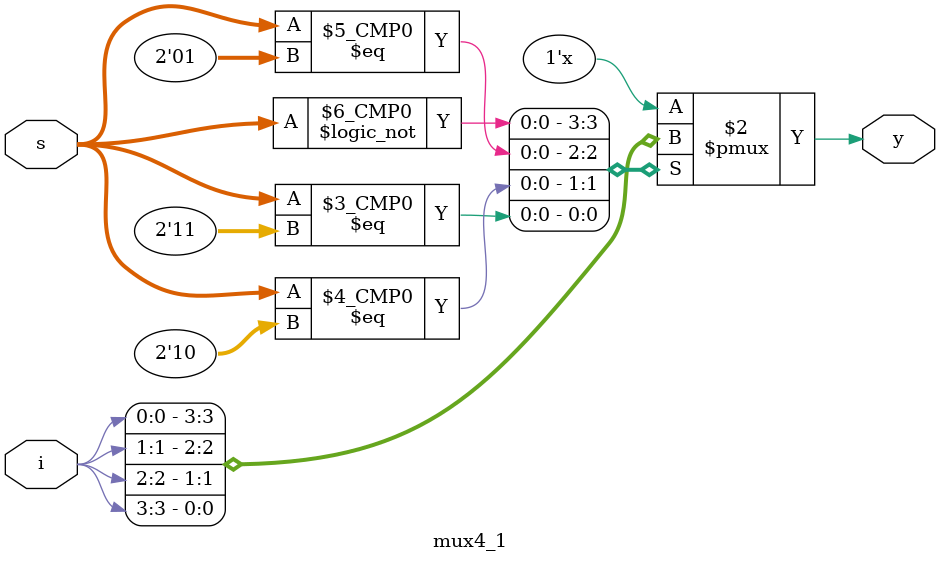
<source format=v>
module mux4_1(y,i,s);
  output reg y;
  input [3:0]i;
  input [1:0]s;
  always@(*) 
    case({s[1],s[0]})
    2'd0: y=i[0];
    2'd1: y=i[1];
    2'd2: y=i[2];
    2'd3:y=i[3];
  endcase
    
endmodule

</source>
